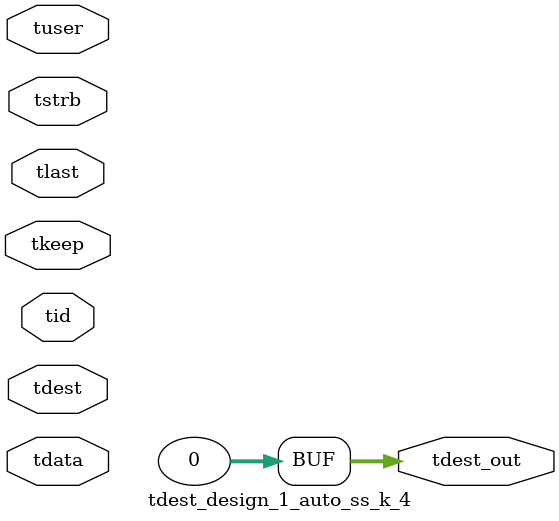
<source format=v>


`timescale 1ps/1ps

module tdest_design_1_auto_ss_k_4 #
(
parameter C_S_AXIS_TDATA_WIDTH = 32,
parameter C_S_AXIS_TUSER_WIDTH = 0,
parameter C_S_AXIS_TID_WIDTH   = 0,
parameter C_S_AXIS_TDEST_WIDTH = 0,
parameter C_M_AXIS_TDEST_WIDTH = 32
)
(
input  [(C_S_AXIS_TDATA_WIDTH == 0 ? 1 : C_S_AXIS_TDATA_WIDTH)-1:0     ] tdata,
input  [(C_S_AXIS_TUSER_WIDTH == 0 ? 1 : C_S_AXIS_TUSER_WIDTH)-1:0     ] tuser,
input  [(C_S_AXIS_TID_WIDTH   == 0 ? 1 : C_S_AXIS_TID_WIDTH)-1:0       ] tid,
input  [(C_S_AXIS_TDEST_WIDTH == 0 ? 1 : C_S_AXIS_TDEST_WIDTH)-1:0     ] tdest,
input  [(C_S_AXIS_TDATA_WIDTH/8)-1:0 ] tkeep,
input  [(C_S_AXIS_TDATA_WIDTH/8)-1:0 ] tstrb,
input                                                                    tlast,
output [C_M_AXIS_TDEST_WIDTH-1:0] tdest_out
);

assign tdest_out = {1'b0};

endmodule


</source>
